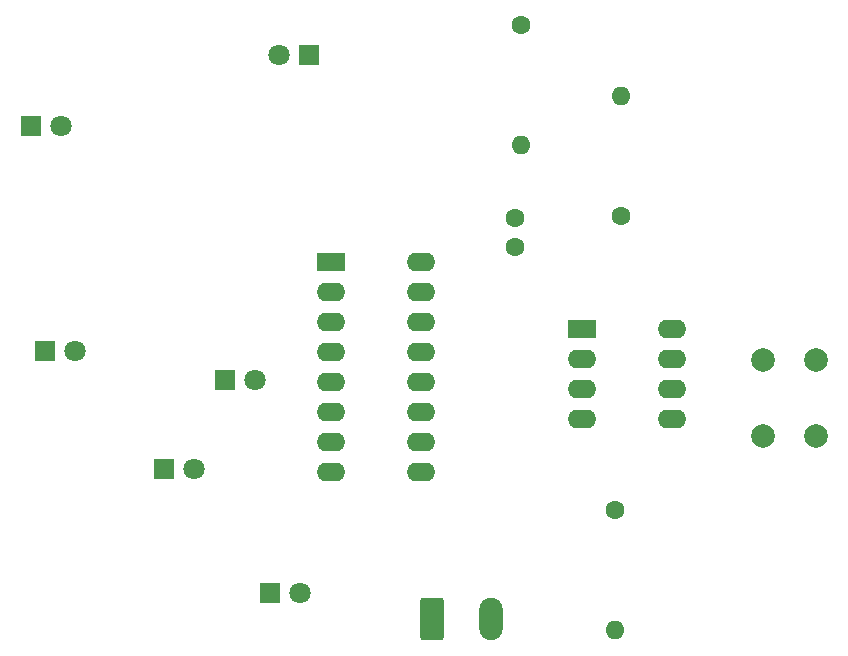
<source format=gbr>
%TF.GenerationSoftware,KiCad,Pcbnew,8.0.5*%
%TF.CreationDate,2024-09-28T21:24:11+05:30*%
%TF.ProjectId,555 DICE,35353520-4449-4434-952e-6b696361645f,rev?*%
%TF.SameCoordinates,Original*%
%TF.FileFunction,Soldermask,Top*%
%TF.FilePolarity,Negative*%
%FSLAX46Y46*%
G04 Gerber Fmt 4.6, Leading zero omitted, Abs format (unit mm)*
G04 Created by KiCad (PCBNEW 8.0.5) date 2024-09-28 21:24:11*
%MOMM*%
%LPD*%
G01*
G04 APERTURE LIST*
G04 Aperture macros list*
%AMRoundRect*
0 Rectangle with rounded corners*
0 $1 Rounding radius*
0 $2 $3 $4 $5 $6 $7 $8 $9 X,Y pos of 4 corners*
0 Add a 4 corners polygon primitive as box body*
4,1,4,$2,$3,$4,$5,$6,$7,$8,$9,$2,$3,0*
0 Add four circle primitives for the rounded corners*
1,1,$1+$1,$2,$3*
1,1,$1+$1,$4,$5*
1,1,$1+$1,$6,$7*
1,1,$1+$1,$8,$9*
0 Add four rect primitives between the rounded corners*
20,1,$1+$1,$2,$3,$4,$5,0*
20,1,$1+$1,$4,$5,$6,$7,0*
20,1,$1+$1,$6,$7,$8,$9,0*
20,1,$1+$1,$8,$9,$2,$3,0*%
G04 Aperture macros list end*
%ADD10R,2.400000X1.600000*%
%ADD11O,2.400000X1.600000*%
%ADD12C,2.000000*%
%ADD13C,1.600000*%
%ADD14O,1.600000X1.600000*%
%ADD15R,1.800000X1.800000*%
%ADD16C,1.800000*%
%ADD17RoundRect,0.250000X-0.750000X-1.550000X0.750000X-1.550000X0.750000X1.550000X-0.750000X1.550000X0*%
%ADD18O,2.000000X3.600000*%
G04 APERTURE END LIST*
D10*
%TO.C,U2*%
X65880000Y-72460000D03*
D11*
X65880000Y-75000000D03*
X65880000Y-77540000D03*
X65880000Y-80080000D03*
X65880000Y-82620000D03*
X65880000Y-85160000D03*
X65880000Y-87700000D03*
X65880000Y-90240000D03*
X73500000Y-90240000D03*
X73500000Y-87700000D03*
X73500000Y-85160000D03*
X73500000Y-82620000D03*
X73500000Y-80080000D03*
X73500000Y-77540000D03*
X73500000Y-75000000D03*
X73500000Y-72460000D03*
%TD*%
D10*
%TO.C,U1*%
X87175000Y-78200000D03*
D11*
X87175000Y-80740000D03*
X87175000Y-83280000D03*
X87175000Y-85820000D03*
X94795000Y-85820000D03*
X94795000Y-83280000D03*
X94795000Y-80740000D03*
X94795000Y-78200000D03*
%TD*%
D12*
%TO.C,SW2*%
X107000000Y-80750000D03*
X107000000Y-87250000D03*
X102500000Y-80750000D03*
X102500000Y-87250000D03*
%TD*%
D13*
%TO.C,R3*%
X90000000Y-93500000D03*
D14*
X90000000Y-103660000D03*
%TD*%
D13*
%TO.C,R2*%
X82000000Y-52420000D03*
D14*
X82000000Y-62580000D03*
%TD*%
D13*
%TO.C,R1*%
X90500000Y-68580000D03*
D14*
X90500000Y-58420000D03*
%TD*%
D15*
%TO.C,D6*%
X41725000Y-80000000D03*
D16*
X44265000Y-80000000D03*
%TD*%
D15*
%TO.C,D5*%
X40500000Y-61000000D03*
D16*
X43040000Y-61000000D03*
%TD*%
D15*
%TO.C,D4*%
X51775000Y-90000000D03*
D16*
X54315000Y-90000000D03*
%TD*%
D15*
%TO.C,D3*%
X56960000Y-82500000D03*
D16*
X59500000Y-82500000D03*
%TD*%
D15*
%TO.C,D2*%
X64040000Y-55000000D03*
D16*
X61500000Y-55000000D03*
%TD*%
D15*
%TO.C,D1*%
X60725000Y-100500000D03*
D16*
X63265000Y-100500000D03*
%TD*%
D13*
%TO.C,C2*%
X81500000Y-71250000D03*
X81500000Y-68750000D03*
%TD*%
D17*
%TO.C,9V1*%
X74500000Y-102722500D03*
D18*
X79500000Y-102722500D03*
%TD*%
M02*

</source>
